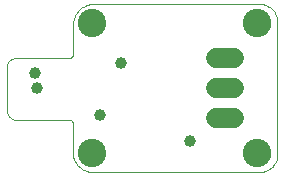
<source format=gbs>
G75*
%MOIN*%
%OFA0B0*%
%FSLAX24Y24*%
%IPPOS*%
%LPD*%
%AMOC8*
5,1,8,0,0,1.08239X$1,22.5*
%
%ADD10C,0.0000*%
%ADD11C,0.0946*%
%ADD12C,0.0680*%
%ADD13C,0.0397*%
D10*
X004197Y001722D02*
X009867Y001722D01*
X009866Y001721D02*
X009911Y001727D01*
X009955Y001737D01*
X009998Y001751D01*
X010040Y001767D01*
X010080Y001787D01*
X010119Y001810D01*
X010156Y001836D01*
X010190Y001865D01*
X010223Y001896D01*
X010252Y001930D01*
X010280Y001966D01*
X010304Y002004D01*
X010325Y002044D01*
X010343Y002085D01*
X010357Y002128D01*
X010368Y002172D01*
X010376Y002216D01*
X010380Y002261D01*
X010381Y002306D01*
X010378Y002351D01*
X010378Y002352D02*
X010378Y006682D01*
X010379Y006683D02*
X010380Y006729D01*
X010378Y006776D01*
X010372Y006822D01*
X010362Y006867D01*
X010349Y006912D01*
X010332Y006955D01*
X010312Y006997D01*
X010289Y007037D01*
X010263Y007076D01*
X010234Y007112D01*
X010202Y007146D01*
X010167Y007177D01*
X010130Y007205D01*
X010091Y007230D01*
X010050Y007253D01*
X010008Y007272D01*
X009964Y007287D01*
X009919Y007299D01*
X009874Y007308D01*
X009827Y007313D01*
X009827Y007312D02*
X004276Y007312D01*
X003764Y006682D02*
X003766Y006723D01*
X003772Y006764D01*
X003782Y006804D01*
X003795Y006843D01*
X003812Y006880D01*
X003833Y006916D01*
X003857Y006950D01*
X003884Y006981D01*
X003913Y007009D01*
X003946Y007035D01*
X003980Y007057D01*
X004017Y007076D01*
X004055Y007091D01*
X004095Y007103D01*
X004135Y007111D01*
X004176Y007115D01*
X004218Y007115D01*
X004259Y007111D01*
X004299Y007103D01*
X004339Y007091D01*
X004377Y007076D01*
X004413Y007057D01*
X004448Y007035D01*
X004481Y007009D01*
X004510Y006981D01*
X004537Y006950D01*
X004561Y006916D01*
X004582Y006880D01*
X004599Y006843D01*
X004612Y006804D01*
X004622Y006764D01*
X004628Y006723D01*
X004630Y006682D01*
X004628Y006641D01*
X004622Y006600D01*
X004612Y006560D01*
X004599Y006521D01*
X004582Y006484D01*
X004561Y006448D01*
X004537Y006414D01*
X004510Y006383D01*
X004481Y006355D01*
X004448Y006329D01*
X004414Y006307D01*
X004377Y006288D01*
X004339Y006273D01*
X004299Y006261D01*
X004259Y006253D01*
X004218Y006249D01*
X004176Y006249D01*
X004135Y006253D01*
X004095Y006261D01*
X004055Y006273D01*
X004017Y006288D01*
X003981Y006307D01*
X003946Y006329D01*
X003913Y006355D01*
X003884Y006383D01*
X003857Y006414D01*
X003833Y006448D01*
X003812Y006484D01*
X003795Y006521D01*
X003782Y006560D01*
X003772Y006600D01*
X003766Y006641D01*
X003764Y006682D01*
X003567Y006643D02*
X003567Y005659D01*
X003565Y005637D01*
X003561Y005615D01*
X003553Y005594D01*
X003542Y005574D01*
X003529Y005556D01*
X003513Y005540D01*
X003495Y005527D01*
X003475Y005516D01*
X003454Y005508D01*
X003432Y005504D01*
X003410Y005502D01*
X003410Y005501D02*
X001638Y005501D01*
X001638Y005502D02*
X001607Y005500D01*
X001577Y005495D01*
X001547Y005487D01*
X001518Y005475D01*
X001491Y005460D01*
X001466Y005442D01*
X001443Y005421D01*
X001422Y005398D01*
X001404Y005373D01*
X001389Y005346D01*
X001377Y005317D01*
X001369Y005287D01*
X001364Y005257D01*
X001362Y005226D01*
X001363Y005226D02*
X001363Y003769D01*
X001365Y003736D01*
X001370Y003704D01*
X001378Y003672D01*
X001390Y003641D01*
X001405Y003612D01*
X001423Y003584D01*
X001444Y003558D01*
X001467Y003535D01*
X001493Y003514D01*
X001521Y003496D01*
X001550Y003481D01*
X001581Y003469D01*
X001613Y003461D01*
X001645Y003456D01*
X001678Y003454D01*
X003449Y003454D01*
X003469Y003452D01*
X003489Y003447D01*
X003508Y003438D01*
X003525Y003426D01*
X003539Y003412D01*
X003551Y003395D01*
X003560Y003376D01*
X003565Y003356D01*
X003567Y003336D01*
X003567Y002352D01*
X003569Y002303D01*
X003575Y002253D01*
X003584Y002205D01*
X003598Y002157D01*
X003615Y002111D01*
X003636Y002066D01*
X003660Y002023D01*
X003687Y001982D01*
X003718Y001943D01*
X003752Y001907D01*
X003788Y001873D01*
X003827Y001842D01*
X003868Y001815D01*
X003911Y001791D01*
X003956Y001770D01*
X004002Y001753D01*
X004050Y001739D01*
X004098Y001730D01*
X004148Y001724D01*
X004197Y001722D01*
X003764Y002352D02*
X003766Y002393D01*
X003772Y002434D01*
X003782Y002474D01*
X003795Y002513D01*
X003812Y002550D01*
X003833Y002586D01*
X003857Y002620D01*
X003884Y002651D01*
X003913Y002679D01*
X003946Y002705D01*
X003980Y002727D01*
X004017Y002746D01*
X004055Y002761D01*
X004095Y002773D01*
X004135Y002781D01*
X004176Y002785D01*
X004218Y002785D01*
X004259Y002781D01*
X004299Y002773D01*
X004339Y002761D01*
X004377Y002746D01*
X004413Y002727D01*
X004448Y002705D01*
X004481Y002679D01*
X004510Y002651D01*
X004537Y002620D01*
X004561Y002586D01*
X004582Y002550D01*
X004599Y002513D01*
X004612Y002474D01*
X004622Y002434D01*
X004628Y002393D01*
X004630Y002352D01*
X004628Y002311D01*
X004622Y002270D01*
X004612Y002230D01*
X004599Y002191D01*
X004582Y002154D01*
X004561Y002118D01*
X004537Y002084D01*
X004510Y002053D01*
X004481Y002025D01*
X004448Y001999D01*
X004414Y001977D01*
X004377Y001958D01*
X004339Y001943D01*
X004299Y001931D01*
X004259Y001923D01*
X004218Y001919D01*
X004176Y001919D01*
X004135Y001923D01*
X004095Y001931D01*
X004055Y001943D01*
X004017Y001958D01*
X003981Y001977D01*
X003946Y001999D01*
X003913Y002025D01*
X003884Y002053D01*
X003857Y002084D01*
X003833Y002118D01*
X003812Y002154D01*
X003795Y002191D01*
X003782Y002230D01*
X003772Y002270D01*
X003766Y002311D01*
X003764Y002352D01*
X009276Y002352D02*
X009278Y002393D01*
X009284Y002434D01*
X009294Y002474D01*
X009307Y002513D01*
X009324Y002550D01*
X009345Y002586D01*
X009369Y002620D01*
X009396Y002651D01*
X009425Y002679D01*
X009458Y002705D01*
X009492Y002727D01*
X009529Y002746D01*
X009567Y002761D01*
X009607Y002773D01*
X009647Y002781D01*
X009688Y002785D01*
X009730Y002785D01*
X009771Y002781D01*
X009811Y002773D01*
X009851Y002761D01*
X009889Y002746D01*
X009925Y002727D01*
X009960Y002705D01*
X009993Y002679D01*
X010022Y002651D01*
X010049Y002620D01*
X010073Y002586D01*
X010094Y002550D01*
X010111Y002513D01*
X010124Y002474D01*
X010134Y002434D01*
X010140Y002393D01*
X010142Y002352D01*
X010140Y002311D01*
X010134Y002270D01*
X010124Y002230D01*
X010111Y002191D01*
X010094Y002154D01*
X010073Y002118D01*
X010049Y002084D01*
X010022Y002053D01*
X009993Y002025D01*
X009960Y001999D01*
X009926Y001977D01*
X009889Y001958D01*
X009851Y001943D01*
X009811Y001931D01*
X009771Y001923D01*
X009730Y001919D01*
X009688Y001919D01*
X009647Y001923D01*
X009607Y001931D01*
X009567Y001943D01*
X009529Y001958D01*
X009493Y001977D01*
X009458Y001999D01*
X009425Y002025D01*
X009396Y002053D01*
X009369Y002084D01*
X009345Y002118D01*
X009324Y002154D01*
X009307Y002191D01*
X009294Y002230D01*
X009284Y002270D01*
X009278Y002311D01*
X009276Y002352D01*
X004276Y007312D02*
X004224Y007311D01*
X004173Y007307D01*
X004122Y007299D01*
X004072Y007287D01*
X004023Y007271D01*
X003975Y007252D01*
X003929Y007229D01*
X003884Y007203D01*
X003842Y007174D01*
X003802Y007141D01*
X003765Y007106D01*
X003730Y007068D01*
X003698Y007027D01*
X003669Y006984D01*
X003644Y006940D01*
X003622Y006893D01*
X003604Y006845D01*
X003589Y006795D01*
X003578Y006745D01*
X003571Y006694D01*
X003567Y006643D01*
X009276Y006682D02*
X009278Y006723D01*
X009284Y006764D01*
X009294Y006804D01*
X009307Y006843D01*
X009324Y006880D01*
X009345Y006916D01*
X009369Y006950D01*
X009396Y006981D01*
X009425Y007009D01*
X009458Y007035D01*
X009492Y007057D01*
X009529Y007076D01*
X009567Y007091D01*
X009607Y007103D01*
X009647Y007111D01*
X009688Y007115D01*
X009730Y007115D01*
X009771Y007111D01*
X009811Y007103D01*
X009851Y007091D01*
X009889Y007076D01*
X009925Y007057D01*
X009960Y007035D01*
X009993Y007009D01*
X010022Y006981D01*
X010049Y006950D01*
X010073Y006916D01*
X010094Y006880D01*
X010111Y006843D01*
X010124Y006804D01*
X010134Y006764D01*
X010140Y006723D01*
X010142Y006682D01*
X010140Y006641D01*
X010134Y006600D01*
X010124Y006560D01*
X010111Y006521D01*
X010094Y006484D01*
X010073Y006448D01*
X010049Y006414D01*
X010022Y006383D01*
X009993Y006355D01*
X009960Y006329D01*
X009926Y006307D01*
X009889Y006288D01*
X009851Y006273D01*
X009811Y006261D01*
X009771Y006253D01*
X009730Y006249D01*
X009688Y006249D01*
X009647Y006253D01*
X009607Y006261D01*
X009567Y006273D01*
X009529Y006288D01*
X009493Y006307D01*
X009458Y006329D01*
X009425Y006355D01*
X009396Y006383D01*
X009369Y006414D01*
X009345Y006448D01*
X009324Y006484D01*
X009307Y006521D01*
X009294Y006560D01*
X009284Y006600D01*
X009278Y006641D01*
X009276Y006682D01*
D11*
X009709Y006682D03*
X004197Y006682D03*
X004197Y002352D03*
X009709Y002352D03*
D12*
X008922Y003517D02*
X008322Y003517D01*
X008322Y004517D02*
X008922Y004517D01*
X008922Y005517D02*
X008322Y005517D01*
D13*
X005181Y005344D03*
X002307Y005029D03*
X002386Y004517D03*
X004473Y003611D03*
X007465Y002745D03*
M02*

</source>
